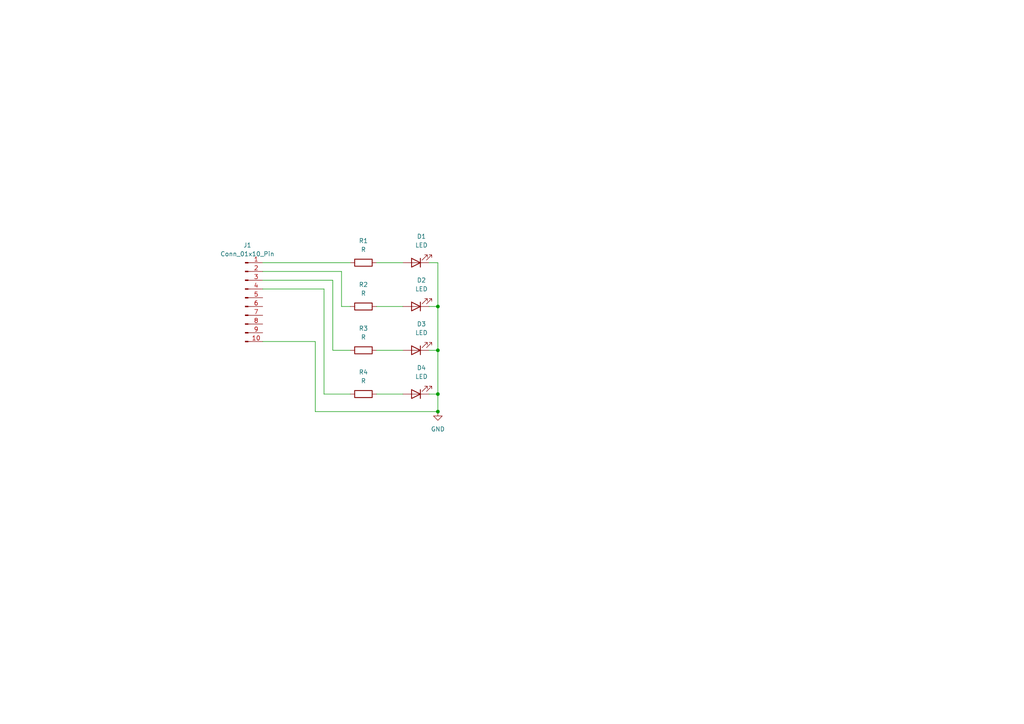
<source format=kicad_sch>
(kicad_sch (version 20231120) (generator "eeschema") (generator_version "8.0")
  (paper "A4")
  (lib_symbols
    (symbol "Connector:Conn_01x10_Pin" (pin_names (offset 1.016) hide)
      (property "Reference" "J" (at 0 12.7 0))
      (property "Value" "Conn_01x10_Pin" (at 0 -15.24 0))
      (symbol "Conn_01x10_Pin_1_1"
        (polyline (pts (xy 1.27 -12.7) (xy 0.8636 -12.7)) (stroke (width 0.1524)))
        (polyline (pts (xy 1.27 -10.16) (xy 0.8636 -10.16)) (stroke (width 0.1524)))
        (polyline (pts (xy 1.27 -7.62) (xy 0.8636 -7.62)) (stroke (width 0.1524)))
        (polyline (pts (xy 1.27 -5.08) (xy 0.8636 -5.08)) (stroke (width 0.1524)))
        (polyline (pts (xy 1.27 -2.54) (xy 0.8636 -2.54)) (stroke (width 0.1524)))
        (polyline (pts (xy 1.27 0) (xy 0.8636 0)) (stroke (width 0.1524)))
        (polyline (pts (xy 1.27 2.54) (xy 0.8636 2.54)) (stroke (width 0.1524)))
        (polyline (pts (xy 1.27 5.08) (xy 0.8636 5.08)) (stroke (width 0.1524)))
        (polyline (pts (xy 1.27 7.62) (xy 0.8636 7.62)) (stroke (width 0.1524)))
        (polyline (pts (xy 1.27 10.16) (xy 0.8636 10.16)) (stroke (width 0.1524)))
        (rectangle (start 0.8636 -12.573) (end 0 -12.827) (stroke (width 0.1524)) (fill (type outline)))
        (rectangle (start 0.8636 -10.033) (end 0 -10.287) (stroke (width 0.1524)) (fill (type outline)))
        (rectangle (start 0.8636 -7.493) (end 0 -7.747) (stroke (width 0.1524)) (fill (type outline)))
        (rectangle (start 0.8636 -4.953) (end 0 -5.207) (stroke (width 0.1524)) (fill (type outline)))
        (rectangle (start 0.8636 -2.413) (end 0 -2.667) (stroke (width 0.1524)) (fill (type outline)))
        (rectangle (start 0.8636 0.127) (end 0 -0.127) (stroke (width 0.1524)) (fill (type outline)))
        (rectangle (start 0.8636 2.667) (end 0 2.413) (stroke (width 0.1524)) (fill (type outline)))
        (rectangle (start 0.8636 5.207) (end 0 4.953) (stroke (width 0.1524)) (fill (type outline)))
        (rectangle (start 0.8636 7.747) (end 0 7.493) (stroke (width 0.1524)) (fill (type outline)))
        (rectangle (start 0.8636 10.287) (end 0 10.033) (stroke (width 0.1524)) (fill (type outline)))
        (pin passive line (at 5.08 10.16 180) (length 3.81) (name "Pin_1") (number "1"))
        (pin passive line (at 5.08 -12.7 180) (length 3.81) (name "Pin_10") (number "10"))
        (pin passive line (at 5.08 7.62 180) (length 3.81) (name "Pin_2") (number "2"))
        (pin passive line (at 5.08 5.08 180) (length 3.81) (name "Pin_3") (number "3"))
        (pin passive line (at 5.08 2.54 180) (length 3.81) (name "Pin_4") (number "4"))
        (pin passive line (at 5.08 0 180) (length 3.81) (name "Pin_5") (number "5"))
        (pin passive line (at 5.08 -2.54 180) (length 3.81) (name "Pin_6") (number "6"))
        (pin passive line (at 5.08 -5.08 180) (length 3.81) (name "Pin_7") (number "7"))
        (pin passive line (at 5.08 -7.62 180) (length 3.81) (name "Pin_8") (number "8"))
        (pin passive line (at 5.08 -10.16 180) (length 3.81) (name "Pin_9") (number "9"))
      )
    )
    (symbol "Device:LED" (pin_numbers hide) (pin_names (offset 1.016) hide)
      (property "Reference" "D" (at 0 2.54 0))
      (property "Value" "LED" (at 0 -2.54 0))
      (symbol "LED_0_1"
        (polyline (pts (xy -1.27 -1.27) (xy -1.27 1.27)) (stroke (width 0.254)))
        (polyline (pts (xy -1.27 0) (xy 1.27 0)))
        (polyline (pts (xy 1.27 -1.27) (xy 1.27 1.27) (xy -1.27 0) (xy 1.27 -1.27)) (stroke (width 0.254)))
        (polyline (pts (xy -3.048 -0.762) (xy -4.572 -2.286) (xy -3.81 -2.286) (xy -4.572 -2.286) (xy -4.572 -1.524)))
        (polyline (pts (xy -1.778 -0.762) (xy -3.302 -2.286) (xy -2.54 -2.286) (xy -3.302 -2.286) (xy -3.302 -1.524)))
      )
      (symbol "LED_1_1"
        (pin passive line (at -3.81 0 0) (length 2.54) (name "K") (number "1"))
        (pin passive line (at 3.81 0 180) (length 2.54) (name "A") (number "2"))
      )
    )
    (symbol "Device:R" (pin_numbers hide) (pin_names (offset 0))
      (property "Reference" "R" (at 2.032 0 90))
      (property "Value" "R" (at 0 0 90))
      (symbol "R_0_1"
        (rectangle (start -1.016 -2.54) (end 1.016 2.54) (stroke (width 0.254)))
      )
      (symbol "R_1_1"
        (pin passive line (at 0 3.81 270) (length 1.27) (name "~") (number "1"))
        (pin passive line (at 0 -3.81 90) (length 1.27) (name "~") (number "2"))
      )
    )
    (symbol "power:GND" (power) (pin_numbers hide) (pin_names (offset 0) hide)
      (property "Value" "GND" (at 0 -3.81 0))
      (symbol "GND_0_1"
        (polyline (pts (xy 0 0) (xy 0 -1.27) (xy 1.27 -1.27) (xy 0 -2.54) (xy -1.27 -1.27) (xy 0 -1.27)))
      )
      (symbol "GND_1_1"
        (pin power_in line (at 0 0 270) (length 0) (name "~") (number "1"))
      )
    )
  )
  (junction (at 127 119.38))
  (junction (at 127 88.9))
  (junction (at 127 101.6))
  (junction (at 127 114.3))
  (wire (pts (xy 93.98 83.82) (xy 93.98 114.3)))
  (wire (pts (xy 91.44 119.38) (xy 127 119.38)))
  (wire (pts (xy 127 119.38) (xy 127 114.3)))
  (wire (pts (xy 76.2 81.28) (xy 96.52 81.28)))
  (wire (pts (xy 127 76.2) (xy 127 88.9)))
  (wire (pts (xy 127 76.2) (xy 124.46 76.2)))
  (wire (pts (xy 76.2 76.2) (xy 101.6 76.2)))
  (wire (pts (xy 101.6 88.9) (xy 99.06 88.9)))
  (wire (pts (xy 99.06 78.74) (xy 76.2 78.74)))
  (wire (pts (xy 124.46 114.3) (xy 127 114.3)))
  (wire (pts (xy 124.46 101.6) (xy 127 101.6)))
  (wire (pts (xy 93.98 114.3) (xy 101.6 114.3)))
  (wire (pts (xy 99.06 78.74) (xy 99.06 88.9)))
  (wire (pts (xy 124.46 88.9) (xy 127 88.9)))
  (wire (pts (xy 101.6 101.6) (xy 96.52 101.6)))
  (wire (pts (xy 96.52 101.6) (xy 96.52 81.28)))
  (wire (pts (xy 109.22 76.2) (xy 116.84 76.2)))
  (wire (pts (xy 109.22 88.9) (xy 116.84 88.9)))
  (wire (pts (xy 127 101.6) (xy 127 114.3)))
  (wire (pts (xy 127 88.9) (xy 127 101.6)))
  (wire (pts (xy 109.22 101.6) (xy 116.84 101.6)))
  (wire (pts (xy 91.44 99.06) (xy 91.44 119.38)))
  (wire (pts (xy 76.2 99.06) (xy 91.44 99.06)))
  (wire (pts (xy 109.22 114.3) (xy 116.84 114.3)))
  (wire (pts (xy 76.2 83.82) (xy 93.98 83.82)))
  (symbol (lib_id "Device:LED") (at 120.65 114.3 180) (unit 1)
    (property "Reference" "D4" (at 122.2375 106.68 0))
    (property "Value" "LED" (at 122.2375 109.22 0))
    (property "Footprint" "LED_SMD:LED_1206_3216Metric" (effects (hide yes)))
    (property "Description" "Light emitting diode" (effects (hide yes)))
  )
  (symbol (lib_id "Connector:Conn_01x10_Pin") (at 71.12 86.36 0) (unit 1)
    (property "Reference" "J1" (at 71.755 71.12 0))
    (property "Value" "Conn_01x10_Pin" (at 71.755 73.66 0))
    (property "Footprint" "Connector_PinHeader_2.54mm:PinHeader_1x10_P2.54mm_Horizontal" (effects (hide yes)))
    (property "Description" "Generic connector, single row, 01x10, script generated" (effects (hide yes)))
  )
  (symbol (lib_id "Device:LED") (at 120.65 101.6 180) (unit 1)
    (property "Reference" "D3" (at 122.2375 93.98 0))
    (property "Value" "LED" (at 122.2375 96.52 0))
    (property "Footprint" "LED_SMD:LED_1206_3216Metric" (effects (hide yes)))
    (property "Description" "Light emitting diode" (effects (hide yes)))
  )
  (symbol (lib_id "Device:R") (at 105.41 88.9 270) (unit 1)
    (property "Reference" "R2" (at 105.41 82.55 90))
    (property "Value" "R" (at 105.41 85.09 90))
    (property "Footprint" "Resistor_SMD:R_1206_3216Metric_Pad1.30x1.75mm_HandSolder" (effects (hide yes)))
    (property "Description" "Resistor" (effects (hide yes)))
  )
  (symbol (lib_id "Device:R") (at 105.41 101.6 270) (unit 1)
    (property "Reference" "R3" (at 105.41 95.25 90))
    (property "Value" "R" (at 105.41 97.79 90))
    (property "Footprint" "Resistor_SMD:R_1206_3216Metric_Pad1.30x1.75mm_HandSolder" (effects (hide yes)))
    (property "Description" "Resistor" (effects (hide yes)))
  )
  (symbol (lib_id "Device:R") (at 105.41 114.3 270) (unit 1)
    (property "Reference" "R4" (at 105.41 107.95 90))
    (property "Value" "R" (at 105.41 110.49 90))
    (property "Footprint" "Resistor_SMD:R_1206_3216Metric_Pad1.30x1.75mm_HandSolder" (effects (hide yes)))
    (property "Description" "Resistor" (effects (hide yes)))
  )
  (symbol (lib_id "Device:R") (at 105.41 76.2 270) (unit 1)
    (property "Reference" "R1" (at 105.41 69.85 90))
    (property "Value" "R" (at 105.41 72.39 90))
    (property "Footprint" "Resistor_SMD:R_1206_3216Metric_Pad1.30x1.75mm_HandSolder" (effects (hide yes)))
    (property "Description" "Resistor" (effects (hide yes)))
  )
  (symbol (lib_id "Device:LED") (at 120.65 88.9 180) (unit 1)
    (property "Reference" "D2" (at 122.2375 81.28 0))
    (property "Value" "LED" (at 122.2375 83.82 0))
    (property "Footprint" "LED_SMD:LED_1206_3216Metric" (effects (hide yes)))
    (property "Description" "Light emitting diode" (effects (hide yes)))
  )
  (symbol (lib_id "Device:LED") (at 120.65 76.2 180) (unit 1)
    (property "Reference" "D1" (at 122.2375 68.58 0))
    (property "Value" "LED" (at 122.2375 71.12 0))
    (property "Footprint" "LED_SMD:LED_1206_3216Metric" (effects (hide yes)))
    (property "Description" "Light emitting diode" (effects (hide yes)))
  )
  (symbol (lib_id "power:GND") (at 127 119.38 0) (unit 1)
    (property "Reference" "#PWR01" (effects (hide yes)))
    (property "Value" "GND" (at 127 124.46 0))
    (property "Description" "Power symbol creates a global label with name \"GND\" , ground" (effects (hide yes)))
  )
)
</source>
